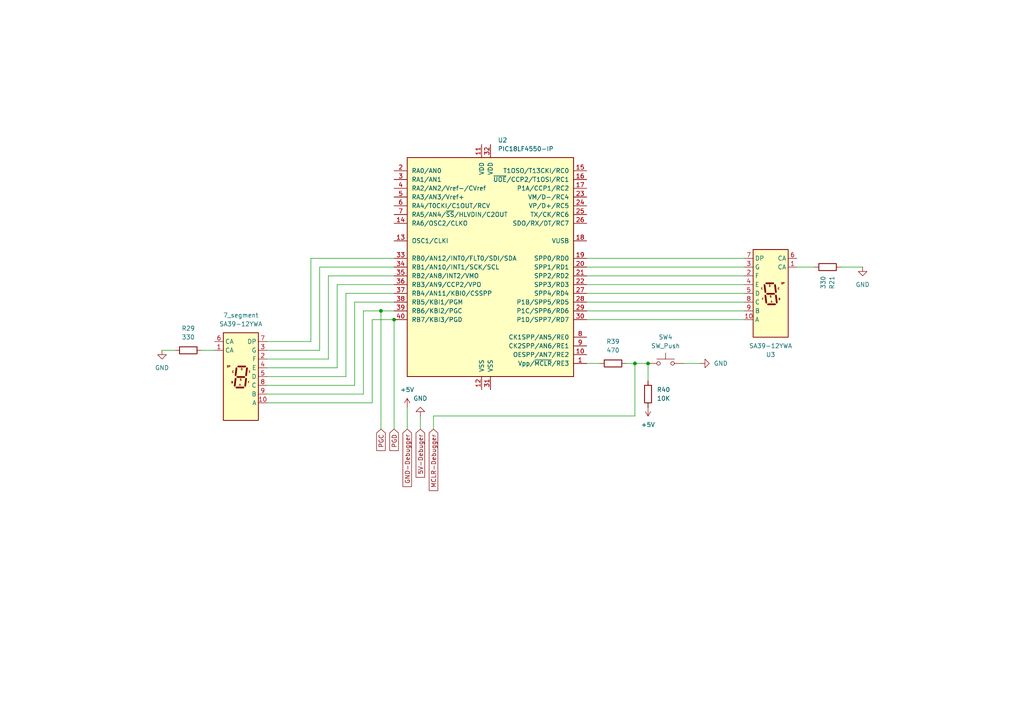
<source format=kicad_sch>
(kicad_sch (version 20250114) (generator "eeschema") (generator_version "9.0")
  (paper "A4")
  (lib_symbols
    (symbol "Device:R" (pin_numbers (hide yes)) (pin_names (offset 0))
      (property "Reference" "R" (at 2.032 0 90))
      (property "Value" "R" (at 0 0 90))
      (symbol "R_0_1"
        (rectangle (start -1.016 -2.54) (end 1.016 2.54) (stroke (width 0.254)))
      )
      (symbol "R_1_1"
        (pin passive line (at 0 3.81 270) (length 1.27) (name "~") (number "1"))
        (pin passive line (at 0 -3.81 90) (length 1.27) (name "~") (number "2"))
      )
    )
    (symbol "Display_Character:SA39-12YWA"
      (property "Reference" "U" (at -3.81 13.97 0))
      (property "Value" "SA39-12YWA" (at 6.35 13.97 0))
      (symbol "SA39-12YWA_1_0"
        (text "E" (at -2.54 -1.397 0) (effects (font (size 0.508 0.508))))
        (text "F" (at -2.286 1.651 0) (effects (font (size 0.508 0.508))))
        (text "D" (at -0.254 -2.159 0) (effects (font (size 0.508 0.508))))
        (text "G" (at 0 0.889 0) (effects (font (size 0.508 0.508))))
        (text "A" (at 0.254 2.413 0) (effects (font (size 0.508 0.508))))
        (text "C" (at 2.286 -1.397 0) (effects (font (size 0.508 0.508))))
        (text "B" (at 2.54 1.651 0) (effects (font (size 0.508 0.508))))
        (text "DP" (at 3.556 -2.921 0) (effects (font (size 0.508 0.508))))
      )
      (symbol "SA39-12YWA_1_1"
        (rectangle (start -5.08 12.7) (end 5.08 -12.7) (stroke (width 0.254)) (fill (type background)))
        (polyline (pts (xy -1.524 -0.381) (xy -1.778 -2.413)) (stroke (width 0.508)))
        (polyline (pts (xy -1.27 2.667) (xy -1.524 0.635)) (stroke (width 0.508)))
        (polyline (pts (xy -1.27 -2.921) (xy 0.762 -2.921)) (stroke (width 0.508)))
        (polyline (pts (xy -1.016 0.127) (xy 1.016 0.127)) (stroke (width 0.508)))
        (polyline (pts (xy -0.762 3.175) (xy 1.27 3.175)) (stroke (width 0.508)))
        (polyline (pts (xy 1.524 -0.381) (xy 1.27 -2.413)) (stroke (width 0.508)))
        (polyline (pts (xy 1.778 2.667) (xy 1.524 0.635)) (stroke (width 0.508)))
        (polyline (pts (xy 2.54 -2.921) (xy 2.54 -2.921)) (stroke (width 0.508)))
        (pin input line (at -7.62 7.62 0) (length 2.54) (name "A") (number "10"))
        (pin input line (at -7.62 5.08 0) (length 2.54) (name "B") (number "9"))
        (pin input line (at -7.62 2.54 0) (length 2.54) (name "C") (number "8"))
        (pin input line (at -7.62 0 0) (length 2.54) (name "D") (number "5"))
        (pin input line (at -7.62 -2.54 0) (length 2.54) (name "E") (number "4"))
        (pin input line (at -7.62 -5.08 0) (length 2.54) (name "F") (number "2"))
        (pin input line (at -7.62 -7.62 0) (length 2.54) (name "G") (number "3"))
        (pin input line (at -7.62 -10.16 0) (length 2.54) (name "DP") (number "7"))
        (pin input line (at 7.62 -7.62 180) (length 2.54) (name "CA") (number "1"))
        (pin input line (at 7.62 -10.16 180) (length 2.54) (name "CA") (number "6"))
      )
    )
    (symbol "MCU_Microchip_PIC18:PIC18LF4550-IP" (pin_names (offset 1.27))
      (property "Reference" "U" (at -22.86 33.02 0))
      (property "Value" "PIC18LF4550-IP" (at 13.97 -33.02 0))
      (symbol "PIC18LF4550-IP_0_1"
        (rectangle (start -24.13 31.75) (end 24.13 -31.75) (stroke (width 0.254)) (fill (type background)))
      )
      (symbol "PIC18LF4550-IP_1_1"
        (pin bidirectional line (at -27.94 27.94 0) (length 3.81) (name "RA0/AN0") (number "2"))
        (pin bidirectional line (at -27.94 25.4 0) (length 3.81) (name "RA1/AN1") (number "3"))
        (pin bidirectional line (at -27.94 22.86 0) (length 3.81) (name "RA2/AN2/Vref-/CVref") (number "4"))
        (pin bidirectional line (at -27.94 20.32 0) (length 3.81) (name "RA3/AN3/Vref+") (number "5"))
        (pin bidirectional line (at -27.94 17.78 0) (length 3.81) (name "RA4/T0CKI/C1OUT/RCV") (number "6"))
        (pin bidirectional line (at -27.94 15.24 0) (length 3.81) (name "RA5/AN4/~{SS}/HLVDIN/C2OUT") (number "7"))
        (pin output line (at -27.94 12.7 0) (length 3.81) (name "RA6/OSC2/CLKO") (number "14"))
        (pin input line (at -27.94 7.62 0) (length 3.81) (name "OSC1/CLKI") (number "13"))
        (pin bidirectional line (at -27.94 2.54 0) (length 3.81) (name "RB0/AN12/INT0/FLT0/SDI/SDA") (number "33"))
        (pin bidirectional line (at -27.94 0 0) (length 3.81) (name "RB1/AN10/INT1/SCK/SCL") (number "34"))
        (pin bidirectional line (at -27.94 -2.54 0) (length 3.81) (name "RB2/AN8/INT2/VMO") (number "35"))
        (pin bidirectional line (at -27.94 -5.08 0) (length 3.81) (name "RB3/AN9/CCP2/VPO") (number "36"))
        (pin bidirectional line (at -27.94 -7.62 0) (length 3.81) (name "RB4/AN11/KBI0/CSSPP") (number "37"))
        (pin bidirectional line (at -27.94 -10.16 0) (length 3.81) (name "RB5/KBI1/PGM") (number "38"))
        (pin bidirectional line (at -27.94 -12.7 0) (length 3.81) (name "RB6/KBI2/PGC") (number "39"))
        (pin bidirectional line (at -27.94 -15.24 0) (length 3.81) (name "RB7/KBI3/PGD") (number "40"))
        (pin power_in line (at -2.54 35.56 270) (length 3.81) (name "VDD") (number "11"))
        (pin power_in line (at -2.54 -35.56 90) (length 3.81) (name "VSS") (number "12"))
        (pin power_in line (at 0 35.56 270) (length 3.81) (name "VDD") (number "32"))
        (pin power_in line (at 0 -35.56 90) (length 3.81) (name "VSS") (number "31"))
        (pin bidirectional line (at 27.94 27.94 180) (length 3.81) (name "T1OSO/T13CKI/RC0") (number "15"))
        (pin bidirectional line (at 27.94 25.4 180) (length 3.81) (name "~{UOE}/CCP2/T1OSI/RC1") (number "16"))
        (pin bidirectional line (at 27.94 22.86 180) (length 3.81) (name "P1A/CCP1/RC2") (number "17"))
        (pin bidirectional line (at 27.94 20.32 180) (length 3.81) (name "VM/D-/RC4") (number "23"))
        (pin bidirectional line (at 27.94 17.78 180) (length 3.81) (name "VP/D+/RC5") (number "24"))
        (pin bidirectional line (at 27.94 15.24 180) (length 3.81) (name "TX/CK/RC6") (number "25"))
        (pin bidirectional line (at 27.94 12.7 180) (length 3.81) (name "SDO/RX/DT/RC7") (number "26"))
        (pin bidirectional line (at 27.94 7.62 180) (length 3.81) (name "VUSB") (number "18"))
        (pin bidirectional line (at 27.94 2.54 180) (length 3.81) (name "SPP0/RD0") (number "19"))
        (pin bidirectional line (at 27.94 0 180) (length 3.81) (name "SPP1/RD1") (number "20"))
        (pin bidirectional line (at 27.94 -2.54 180) (length 3.81) (name "SPP2/RD2") (number "21"))
        (pin bidirectional line (at 27.94 -5.08 180) (length 3.81) (name "SPP3/RD3") (number "22"))
        (pin bidirectional line (at 27.94 -7.62 180) (length 3.81) (name "SPP4/RD4") (number "27"))
        (pin bidirectional line (at 27.94 -10.16 180) (length 3.81) (name "P1B/SPP5/RD5") (number "28"))
        (pin bidirectional line (at 27.94 -12.7 180) (length 3.81) (name "P1C/SPP6/RD6") (number "29"))
        (pin bidirectional line (at 27.94 -15.24 180) (length 3.81) (name "P1D/SPP7/RD7") (number "30"))
        (pin bidirectional line (at 27.94 -20.32 180) (length 3.81) (name "CK1SPP/AN5/RE0") (number "8"))
        (pin bidirectional line (at 27.94 -22.86 180) (length 3.81) (name "CK2SPP/AN6/RE1") (number "9"))
        (pin bidirectional line (at 27.94 -25.4 180) (length 3.81) (name "OESPP/AN7/RE2") (number "10"))
        (pin input line (at 27.94 -27.94 180) (length 3.81) (name "Vpp/~{MCLR}/RE3") (number "1"))
      )
    )
    (symbol "Switch:SW_Push" (pin_numbers (hide yes)) (pin_names (offset 1.016) (hide yes))
      (property "Reference" "SW" (at 1.27 2.54 0))
      (property "Value" "SW_Push" (at 0 -1.524 0))
      (symbol "SW_Push_0_1"
        (circle (center -2.032 0) (radius 0.508))
        (polyline (pts (xy 0 1.27) (xy 0 3.048)))
        (circle (center 2.032 0) (radius 0.508))
        (polyline (pts (xy 2.54 1.27) (xy -2.54 1.27)))
        (pin passive line (at -5.08 0 0) (length 2.54) (name "1") (number "1"))
        (pin passive line (at 5.08 0 180) (length 2.54) (name "2") (number "2"))
      )
    )
    (symbol "power:+5V" (power) (pin_numbers (hide yes)) (pin_names (offset 0) (hide yes))
      (property "Value" "+5V" (at 0 3.556 0))
      (symbol "+5V_0_1"
        (polyline (pts (xy -0.762 1.27) (xy 0 2.54)))
        (polyline (pts (xy 0 2.54) (xy 0.762 1.27)))
        (polyline (pts (xy 0 0) (xy 0 2.54)))
      )
      (symbol "+5V_1_1"
        (pin power_in line (at 0 0 90) (length 0) (name "~") (number "1"))
      )
    )
    (symbol "power:GND" (power) (pin_numbers (hide yes)) (pin_names (offset 0) (hide yes))
      (property "Value" "GND" (at 0 -3.81 0))
      (symbol "GND_0_1"
        (polyline (pts (xy 0 0) (xy 0 -1.27) (xy 1.27 -1.27) (xy 0 -2.54) (xy -1.27 -1.27) (xy 0 -1.27)))
      )
      (symbol "GND_1_1"
        (pin power_in line (at 0 0 270) (length 0) (name "~") (number "1"))
      )
    )
  )
  (junction (at 184.15 105.41))
  (junction (at 187.96 105.41))
  (junction (at 114.3 92.71))
  (junction (at 110.49 90.17))
  (wire (pts (xy 102.87 87.63) (xy 114.3 87.63)))
  (wire (pts (xy 243.84 77.47) (xy 250.19 77.47)))
  (wire (pts (xy 100.33 85.09) (xy 114.3 85.09)))
  (wire (pts (xy 184.15 105.41) (xy 187.96 105.41)))
  (wire (pts (xy 97.79 106.68) (xy 77.47 106.68)))
  (wire (pts (xy 184.15 120.65) (xy 184.15 105.41)))
  (wire (pts (xy 110.49 90.17) (xy 114.3 90.17)))
  (wire (pts (xy 170.18 92.71) (xy 215.9 92.71)))
  (wire (pts (xy 95.25 80.01) (xy 95.25 104.14)))
  (wire (pts (xy 170.18 90.17) (xy 215.9 90.17)))
  (wire (pts (xy 173.99 105.41) (xy 170.18 105.41)))
  (wire (pts (xy 203.2 105.41) (xy 198.12 105.41)))
  (wire (pts (xy 100.33 85.09) (xy 100.33 109.22)))
  (wire (pts (xy 181.61 105.41) (xy 184.15 105.41)))
  (wire (pts (xy 105.41 90.17) (xy 110.49 90.17)))
  (wire (pts (xy 100.33 109.22) (xy 77.47 109.22)))
  (wire (pts (xy 114.3 92.71) (xy 107.95 92.71)))
  (wire (pts (xy 170.18 77.47) (xy 215.9 77.47)))
  (wire (pts (xy 125.73 124.46) (xy 125.73 120.65)))
  (wire (pts (xy 90.17 74.93) (xy 114.3 74.93)))
  (wire (pts (xy 118.11 118.11) (xy 118.11 124.46)))
  (wire (pts (xy 90.17 74.93) (xy 90.17 99.06)))
  (wire (pts (xy 114.3 92.71) (xy 114.3 124.46)))
  (wire (pts (xy 102.87 111.76) (xy 77.47 111.76)))
  (wire (pts (xy 105.41 114.3) (xy 77.47 114.3)))
  (wire (pts (xy 107.95 116.84) (xy 77.47 116.84)))
  (wire (pts (xy 90.17 99.06) (xy 77.47 99.06)))
  (wire (pts (xy 95.25 104.14) (xy 77.47 104.14)))
  (wire (pts (xy 102.87 87.63) (xy 102.87 111.76)))
  (wire (pts (xy 170.18 85.09) (xy 215.9 85.09)))
  (wire (pts (xy 92.71 77.47) (xy 114.3 77.47)))
  (wire (pts (xy 170.18 82.55) (xy 215.9 82.55)))
  (wire (pts (xy 92.71 101.6) (xy 77.47 101.6)))
  (wire (pts (xy 58.42 101.6) (xy 62.23 101.6)))
  (wire (pts (xy 125.73 120.65) (xy 184.15 120.65)))
  (wire (pts (xy 110.49 90.17) (xy 110.49 124.46)))
  (wire (pts (xy 187.96 110.49) (xy 187.96 105.41)))
  (wire (pts (xy 107.95 92.71) (xy 107.95 116.84)))
  (wire (pts (xy 236.22 77.47) (xy 231.14 77.47)))
  (wire (pts (xy 170.18 80.01) (xy 215.9 80.01)))
  (wire (pts (xy 95.25 80.01) (xy 114.3 80.01)))
  (wire (pts (xy 170.18 87.63) (xy 215.9 87.63)))
  (wire (pts (xy 97.79 82.55) (xy 114.3 82.55)))
  (wire (pts (xy 92.71 77.47) (xy 92.71 101.6)))
  (wire (pts (xy 46.99 101.6) (xy 50.8 101.6)))
  (wire (pts (xy 97.79 82.55) (xy 97.79 106.68)))
  (wire (pts (xy 105.41 90.17) (xy 105.41 114.3)))
  (wire (pts (xy 121.92 120.65) (xy 121.92 124.46)))
  (wire (pts (xy 170.18 74.93) (xy 215.9 74.93)))
  (global_label "PGD" (shape input) (at 114.3 124.46 270) (property "Intersheetrefs" "${INTERSHEET_REFS}" (effects (hide yes))))
  (global_label "GND-Debugger" (shape input) (at 118.11 124.46 270) (property "Intersheetrefs" "${INTERSHEET_REFS}" (effects (hide yes))))
  (global_label "PGC" (shape input) (at 110.49 124.46 270) (property "Intersheetrefs" "${INTERSHEET_REFS}" (effects (hide yes))))
  (global_label "5V-Debuger" (shape input) (at 121.92 124.46 270) (property "Intersheetrefs" "${INTERSHEET_REFS}" (effects (hide yes))))
  (global_label "MCLR-Debugger" (shape input) (at 125.73 124.46 270) (property "Intersheetrefs" "${INTERSHEET_REFS}" (effects (hide yes))))
  (symbol (lib_id "Display_Character:SA39-12YWA") (at 223.52 85.09 0) (mirror x) (unit 1)
    (property "Reference" "U3" (at 223.52 102.87 0))
    (property "Value" "SA39-12YWA" (at 223.52 100.33 0))
    (property "Footprint" "Display_7Segment:Sx39-1xxxxx" (effects (hide yes)))
    (property "Datasheet" "http://www.kingbrightusa.com/images/catalog/SPEC/sa39-12ywa.pdf" (effects (hide yes)))
    (property "Description" "Single digit 7 segment display, yellow, common anode" (effects (hide yes)))
    (instances (project "" (path "" (reference "U3") (unit 1)) (path "" (reference "U4") (unit 1))))
  )
  (symbol (lib_id "power:GND") (at 46.99 101.6 0) (unit 1)
    (property "Reference" "#PWR017" (effects (hide yes)))
    (property "Value" "GND" (at 46.99 106.68 0))
    (property "Description" "Power symbol creates a global label with name \"GND\" , ground" (effects (hide yes)))
  )
  (symbol (lib_id "power:GND") (at 203.2 105.41 90) (unit 1)
    (property "Reference" "#PWR021" (effects (hide yes)))
    (property "Value" "GND" (at 207.01 105.4099 90) (effects (justify right)))
    (property "Description" "Power symbol creates a global label with name \"GND\" , ground" (effects (hide yes)))
  )
  (symbol (lib_id "Device:R") (at 177.8 105.41 90) (unit 1)
    (property "Reference" "R39" (at 177.8 99.06 90))
    (property "Value" "470" (at 177.8 101.6 90))
    (property "Description" "Resistor" (effects (hide yes)))
  )
  (symbol (lib_id "Device:R") (at 54.61 101.6 270) (unit 1)
    (property "Reference" "R29" (at 54.61 95.25 90))
    (property "Value" "330" (at 54.61 97.79 90))
    (property "Description" "Resistor" (effects (hide yes)))
  )
  (symbol (lib_id "Device:R") (at 240.03 77.47 270) (unit 1)
    (property "Reference" "R21" (at 241.3001 80.01 0) (effects (justify left)))
    (property "Value" "330" (at 238.7601 80.01 0) (effects (justify left)))
    (property "Description" "Resistor" (effects (hide yes)))
    (instances (project "" (path "" (reference "R21") (unit 1)) (path "" (reference "R22") (unit 1))))
  )
  (symbol (lib_id "power:GND") (at 250.19 77.47 0) (unit 1)
    (property "Reference" "#PWR015" (effects (hide yes)))
    (property "Value" "GND" (at 250.19 82.55 0))
    (property "Description" "Power symbol creates a global label with name \"GND\" , ground" (effects (hide yes)))
    (instances (project "" (path "" (reference "#PWR015") (unit 1)) (path "" (reference "#PWR016") (unit 1))))
  )
  (symbol (lib_id "MCU_Microchip_PIC18:PIC18LF4550-IP") (at 142.24 77.47 0) (unit 1)
    (property "Reference" "U2" (at 144.3833 40.64 0) (effects (justify left)))
    (property "Value" "PIC18LF4550-IP" (at 144.3833 43.18 0) (effects (justify left)))
    (property "Footprint" "Package_DIP:DIP-40_W15.24mm" (effects (hide yes)))
    (property "Datasheet" "http://ww1.microchip.com/downloads/en/DeviceDoc/39760d.pdf" (effects (hide yes)))
    (property "Description" "32K Flash, 2K SRAM, 256 EEPROM, USB, nanoWatt XLP, DIP40" (effects (hide yes)))
  )
  (symbol (lib_id "Device:R") (at 187.96 114.3 0) (unit 1)
    (property "Reference" "R40" (at 190.5 113.0299 0) (effects (justify left)))
    (property "Value" "10K" (at 190.5 115.5699 0) (effects (justify left)))
    (property "Description" "Resistor" (effects (hide yes)))
  )
  (symbol (lib_id "Switch:SW_Push") (at 193.04 105.41 0) (unit 1)
    (property "Reference" "SW4" (at 193.04 97.79 0))
    (property "Value" "SW_Push" (at 193.04 100.33 0))
    (property "Description" "Push button switch, generic, two pins" (effects (hide yes)))
  )
  (symbol (lib_id "Display_Character:SA39-12YWA") (at 69.85 109.22 180) (unit 1)
    (property "Reference" "7_segment" (at 69.85 91.44 0))
    (property "Value" "SA39-12YWA" (at 69.85 93.98 0))
    (property "Footprint" "Display_7Segment:Sx39-1xxxxx" (effects (hide yes)))
    (property "Datasheet" "http://www.kingbrightusa.com/images/catalog/SPEC/sa39-12ywa.pdf" (effects (hide yes)))
    (property "Description" "Single digit 7 segment display, yellow, common anode" (effects (hide yes)))
  )
  (symbol (lib_id "power:+5V") (at 118.11 118.11 0) (unit 1)
    (property "Reference" "#PWR018" (effects (hide yes)))
    (property "Value" "+5V" (at 118.11 113.03 0))
    (property "Description" "Power symbol creates a global label with name \"+5V\"" (effects (hide yes)))
  )
  (symbol (lib_id "power:GND") (at 121.92 120.65 180) (unit 1)
    (property "Reference" "#PWR019" (effects (hide yes)))
    (property "Value" "GND" (at 121.92 115.57 0))
    (property "Description" "Power symbol creates a global label with name \"GND\" , ground" (effects (hide yes)))
  )
  (symbol (lib_id "power:+5V") (at 187.96 118.11 180) (unit 1)
    (property "Reference" "#PWR020" (effects (hide yes)))
    (property "Value" "+5V" (at 187.96 123.19 0))
    (property "Description" "Power symbol creates a global label with name \"+5V\"" (effects (hide yes)))
  )
)
</source>
